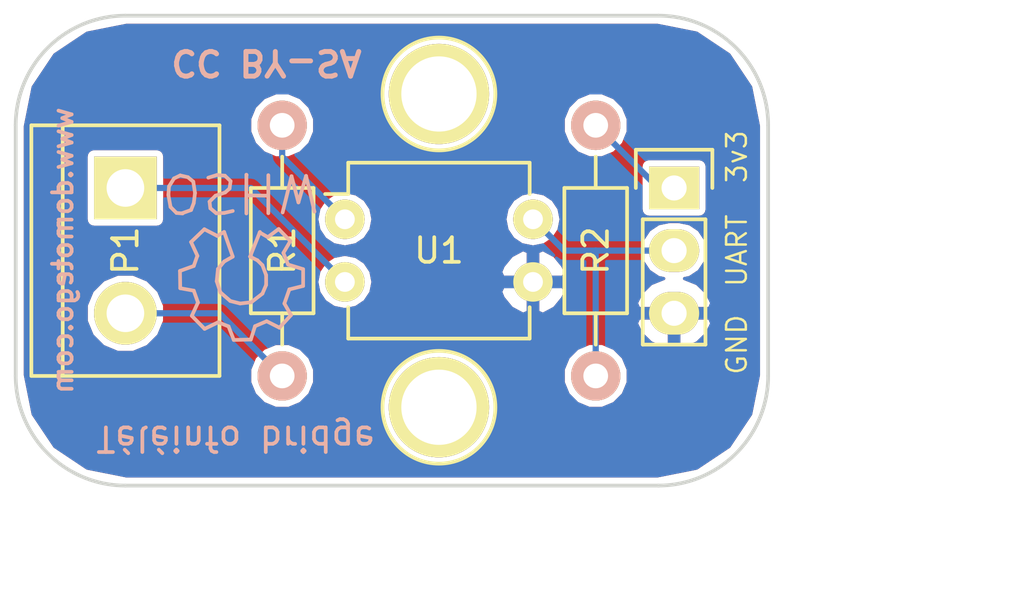
<source format=kicad_pcb>
(kicad_pcb (version 4) (host pcbnew 4.0.1-4.201602100846+6195~38~ubuntu15.10.1-stable)

  (general
    (links 7)
    (no_connects 0)
    (area 137.045546 78.076666 170.815001 106.045001)
    (thickness 1.6)
    (drawings 16)
    (tracks 12)
    (zones 0)
    (modules 8)
    (nets 7)
  )

  (page A4)
  (title_block
    (title "Téléinfo bridge")
    (date 2016-02-22)
    (rev 1)
    (company Domotego)
    (comment 1 https://github.com/tiramiseb/domotego_pcbs)
    (comment 2 https://www.domotego.com)
    (comment 4 "CC BY-SA")
  )

  (layers
    (0 F.Cu signal)
    (31 B.Cu signal)
    (32 B.Adhes user)
    (33 F.Adhes user)
    (34 B.Paste user)
    (35 F.Paste user)
    (36 B.SilkS user)
    (37 F.SilkS user)
    (38 B.Mask user)
    (39 F.Mask user)
    (40 Dwgs.User user)
    (41 Cmts.User user)
    (42 Eco1.User user)
    (43 Eco2.User user)
    (44 Edge.Cuts user)
    (45 Margin user)
    (46 B.CrtYd user)
    (47 F.CrtYd user)
    (48 B.Fab user)
    (49 F.Fab user)
  )

  (setup
    (last_trace_width 0.25)
    (trace_clearance 0.2)
    (zone_clearance 0.254)
    (zone_45_only no)
    (trace_min 0.2)
    (segment_width 0.2)
    (edge_width 0.15)
    (via_size 0.6)
    (via_drill 0.4)
    (via_min_size 0.4)
    (via_min_drill 0.3)
    (uvia_size 0.3)
    (uvia_drill 0.1)
    (uvias_allowed no)
    (uvia_min_size 0.2)
    (uvia_min_drill 0.1)
    (pcb_text_width 0.3)
    (pcb_text_size 1.5 1.5)
    (mod_edge_width 0.15)
    (mod_text_size 1 1)
    (mod_text_width 0.15)
    (pad_size 4.064 4.064)
    (pad_drill 3.048)
    (pad_to_mask_clearance 0.2)
    (aux_axis_origin 0 0)
    (visible_elements FFFFFF7F)
    (pcbplotparams
      (layerselection 0x010f0_80000001)
      (usegerberextensions true)
      (excludeedgelayer true)
      (linewidth 0.100000)
      (plotframeref false)
      (viasonmask false)
      (mode 1)
      (useauxorigin false)
      (hpglpennumber 1)
      (hpglpenspeed 20)
      (hpglpendiameter 15)
      (hpglpenoverlay 2)
      (psnegative false)
      (psa4output false)
      (plotreference true)
      (plotvalue true)
      (plotinvisibletext false)
      (padsonsilk false)
      (subtractmaskfromsilk false)
      (outputformat 1)
      (mirror false)
      (drillshape 0)
      (scaleselection 1)
      (outputdirectory ""))
  )

  (net 0 "")
  (net 1 "Net-(P1-Pad1)")
  (net 2 "Net-(P1-Pad2)")
  (net 3 "Net-(P2-Pad1)")
  (net 4 "Net-(P2-Pad2)")
  (net 5 "Net-(R1-Pad1)")
  (net 6 GNDREF)

  (net_class Default "Ceci est la Netclass par défaut"
    (clearance 0.2)
    (trace_width 0.25)
    (via_dia 0.6)
    (via_drill 0.4)
    (uvia_dia 0.3)
    (uvia_drill 0.1)
    (add_net GNDREF)
    (add_net "Net-(P1-Pad1)")
    (add_net "Net-(P1-Pad2)")
    (add_net "Net-(P2-Pad1)")
    (add_net "Net-(P2-Pad2)")
    (add_net "Net-(R1-Pad1)")
  )

  (module Connect:1pin (layer F.Cu) (tedit 56BC5E81) (tstamp 56BC4D27)
    (at 156.845 102.235)
    (descr "module 1 pin (ou trou mecanique de percage)")
    (tags DEV)
    (fp_text reference REF** (at 0 -3.048) (layer F.SilkS) hide
      (effects (font (size 1 1) (thickness 0.15)))
    )
    (fp_text value 1pin (at 0 2.794) (layer F.Fab) hide
      (effects (font (size 1 1) (thickness 0.15)))
    )
    (fp_circle (center 0 0) (end 0 -2.286) (layer F.SilkS) (width 0.15))
    (pad 1 thru_hole circle (at 0 0) (size 4.064 4.064) (drill 3.048) (layers *.Cu *.Mask F.SilkS))
  )

  (module Pin_Headers:Pin_Header_Straight_1x03 (layer F.Cu) (tedit 56BC4BA4) (tstamp 56BC4AA8)
    (at 166.37 93.345)
    (descr "Through hole pin header")
    (tags "pin header")
    (path /56BB9D8B)
    (fp_text reference P2 (at 0 -5.1) (layer F.SilkS) hide
      (effects (font (size 1 1) (thickness 0.15)))
    )
    (fp_text value CONN_01X03 (at 0 -8.89 90) (layer F.Fab) hide
      (effects (font (size 1 1) (thickness 0.15)))
    )
    (fp_line (start -1.75 -1.75) (end -1.75 6.85) (layer F.CrtYd) (width 0.05))
    (fp_line (start 1.75 -1.75) (end 1.75 6.85) (layer F.CrtYd) (width 0.05))
    (fp_line (start -1.75 -1.75) (end 1.75 -1.75) (layer F.CrtYd) (width 0.05))
    (fp_line (start -1.75 6.85) (end 1.75 6.85) (layer F.CrtYd) (width 0.05))
    (fp_line (start -1.27 1.27) (end -1.27 6.35) (layer F.SilkS) (width 0.15))
    (fp_line (start -1.27 6.35) (end 1.27 6.35) (layer F.SilkS) (width 0.15))
    (fp_line (start 1.27 6.35) (end 1.27 1.27) (layer F.SilkS) (width 0.15))
    (fp_line (start 1.55 -1.55) (end 1.55 0) (layer F.SilkS) (width 0.15))
    (fp_line (start 1.27 1.27) (end -1.27 1.27) (layer F.SilkS) (width 0.15))
    (fp_line (start -1.55 0) (end -1.55 -1.55) (layer F.SilkS) (width 0.15))
    (fp_line (start -1.55 -1.55) (end 1.55 -1.55) (layer F.SilkS) (width 0.15))
    (pad 1 thru_hole rect (at 0 0) (size 2.032 1.7272) (drill 1.016) (layers *.Cu *.Mask F.SilkS)
      (net 3 "Net-(P2-Pad1)"))
    (pad 2 thru_hole oval (at 0 2.54) (size 2.032 1.7272) (drill 1.016) (layers *.Cu *.Mask F.SilkS)
      (net 4 "Net-(P2-Pad2)"))
    (pad 3 thru_hole oval (at 0 5.08) (size 2.032 1.7272) (drill 1.016) (layers *.Cu *.Mask F.SilkS)
      (net 6 GNDREF))
    (model Pin_Headers.3dshapes/Pin_Header_Straight_1x03.wrl
      (at (xyz 0 -0.1 0))
      (scale (xyz 1 1 1))
      (rotate (xyz 0 0 90))
    )
  )

  (module Connect:bornier2 (layer F.Cu) (tedit 56BC4B9D) (tstamp 56BC4802)
    (at 144.145 95.885 270)
    (descr "Bornier d'alimentation 2 pins")
    (tags DEV)
    (path /56BBA00A)
    (fp_text reference P1 (at 0 0 270) (layer F.SilkS)
      (effects (font (size 1 1) (thickness 0.15)))
    )
    (fp_text value CONN_01X02 (at -12.7 0 270) (layer F.Fab) hide
      (effects (font (size 1 1) (thickness 0.15)))
    )
    (fp_line (start 5.08 2.54) (end -5.08 2.54) (layer F.SilkS) (width 0.15))
    (fp_line (start 5.08 3.81) (end 5.08 -3.81) (layer F.SilkS) (width 0.15))
    (fp_line (start 5.08 -3.81) (end -5.08 -3.81) (layer F.SilkS) (width 0.15))
    (fp_line (start -5.08 -3.81) (end -5.08 3.81) (layer F.SilkS) (width 0.15))
    (fp_line (start -5.08 3.81) (end 5.08 3.81) (layer F.SilkS) (width 0.15))
    (pad 1 thru_hole rect (at -2.54 0 270) (size 2.54 2.54) (drill 1.524) (layers *.Cu *.Mask F.SilkS)
      (net 1 "Net-(P1-Pad1)"))
    (pad 2 thru_hole circle (at 2.54 0 270) (size 2.54 2.54) (drill 1.524) (layers *.Cu *.Mask F.SilkS)
      (net 2 "Net-(P1-Pad2)"))
    (model Connect.3dshapes/bornier2.wrl
      (at (xyz 0 0 0))
      (scale (xyz 1 1 1))
      (rotate (xyz 0 0 0))
    )
  )

  (module Resistors_ThroughHole:Resistor_Horizontal_RM10mm locked (layer F.Cu) (tedit 56BC4B9F) (tstamp 56BC480F)
    (at 150.495 90.805 270)
    (descr "Resistor, Axial,  RM 10mm, 1/3W")
    (tags "Resistor Axial RM 10mm 1/3W")
    (path /56BB9C70)
    (fp_text reference R1 (at 5.08 0 270) (layer F.SilkS)
      (effects (font (size 1 1) (thickness 0.15)))
    )
    (fp_text value 1.2k (at -3.81 0 270) (layer F.Fab) hide
      (effects (font (size 1 1) (thickness 0.15)))
    )
    (fp_line (start -1.25 -1.5) (end 11.4 -1.5) (layer F.CrtYd) (width 0.05))
    (fp_line (start -1.25 1.5) (end -1.25 -1.5) (layer F.CrtYd) (width 0.05))
    (fp_line (start 11.4 -1.5) (end 11.4 1.5) (layer F.CrtYd) (width 0.05))
    (fp_line (start -1.25 1.5) (end 11.4 1.5) (layer F.CrtYd) (width 0.05))
    (fp_line (start 2.54 -1.27) (end 7.62 -1.27) (layer F.SilkS) (width 0.15))
    (fp_line (start 7.62 -1.27) (end 7.62 1.27) (layer F.SilkS) (width 0.15))
    (fp_line (start 7.62 1.27) (end 2.54 1.27) (layer F.SilkS) (width 0.15))
    (fp_line (start 2.54 1.27) (end 2.54 -1.27) (layer F.SilkS) (width 0.15))
    (fp_line (start 2.54 0) (end 1.27 0) (layer F.SilkS) (width 0.15))
    (fp_line (start 7.62 0) (end 8.89 0) (layer F.SilkS) (width 0.15))
    (pad 1 thru_hole circle (at 0 0 270) (size 1.99898 1.99898) (drill 1.00076) (layers *.Cu *.SilkS *.Mask)
      (net 5 "Net-(R1-Pad1)"))
    (pad 2 thru_hole circle (at 10.16 0 270) (size 1.99898 1.99898) (drill 1.00076) (layers *.Cu *.SilkS *.Mask)
      (net 2 "Net-(P1-Pad2)"))
    (model Resistors_ThroughHole.3dshapes/Resistor_Horizontal_RM10mm.wrl
      (at (xyz 0.2 0 0))
      (scale (xyz 0.4 0.4 0.4))
      (rotate (xyz 0 0 0))
    )
  )

  (module Resistors_ThroughHole:Resistor_Horizontal_RM10mm (layer F.Cu) (tedit 56BC4BA1) (tstamp 56BC4815)
    (at 163.195 90.805 270)
    (descr "Resistor, Axial,  RM 10mm, 1/3W")
    (tags "Resistor Axial RM 10mm 1/3W")
    (path /56BB9CC9)
    (fp_text reference R2 (at 5.08 0 270) (layer F.SilkS)
      (effects (font (size 1 1) (thickness 0.15)))
    )
    (fp_text value 3.3k (at -3.81 0 270) (layer F.Fab) hide
      (effects (font (size 1 1) (thickness 0.15)))
    )
    (fp_line (start -1.25 -1.5) (end 11.4 -1.5) (layer F.CrtYd) (width 0.05))
    (fp_line (start -1.25 1.5) (end -1.25 -1.5) (layer F.CrtYd) (width 0.05))
    (fp_line (start 11.4 -1.5) (end 11.4 1.5) (layer F.CrtYd) (width 0.05))
    (fp_line (start -1.25 1.5) (end 11.4 1.5) (layer F.CrtYd) (width 0.05))
    (fp_line (start 2.54 -1.27) (end 7.62 -1.27) (layer F.SilkS) (width 0.15))
    (fp_line (start 7.62 -1.27) (end 7.62 1.27) (layer F.SilkS) (width 0.15))
    (fp_line (start 7.62 1.27) (end 2.54 1.27) (layer F.SilkS) (width 0.15))
    (fp_line (start 2.54 1.27) (end 2.54 -1.27) (layer F.SilkS) (width 0.15))
    (fp_line (start 2.54 0) (end 1.27 0) (layer F.SilkS) (width 0.15))
    (fp_line (start 7.62 0) (end 8.89 0) (layer F.SilkS) (width 0.15))
    (pad 1 thru_hole circle (at 0 0 270) (size 1.99898 1.99898) (drill 1.00076) (layers *.Cu *.SilkS *.Mask)
      (net 3 "Net-(P2-Pad1)"))
    (pad 2 thru_hole circle (at 10.16 0 270) (size 1.99898 1.99898) (drill 1.00076) (layers *.Cu *.SilkS *.Mask)
      (net 4 "Net-(P2-Pad2)"))
    (model Resistors_ThroughHole.3dshapes/Resistor_Horizontal_RM10mm.wrl
      (at (xyz 0.2 0 0))
      (scale (xyz 0.4 0.4 0.4))
      (rotate (xyz 0 0 0))
    )
  )

  (module Housings_DIP:DIP-4_W7.62mm (layer F.Cu) (tedit 56BC5CB1) (tstamp 56BC481D)
    (at 153.035 94.615)
    (descr "4-lead dip package, row spacing 7.62 mm (300 mils)")
    (tags "dil dip 2.54 300")
    (path /56BB9BD0)
    (fp_text reference U1 (at 3.81 1.27) (layer F.SilkS)
      (effects (font (size 1 1) (thickness 0.15)))
    )
    (fp_text value SFH620A (at -6.35 1.27) (layer F.Fab) hide
      (effects (font (size 1 1) (thickness 0.15)))
    )
    (fp_line (start -1.05 -2.45) (end -1.05 5) (layer F.CrtYd) (width 0.05))
    (fp_line (start 8.65 -2.45) (end 8.65 5) (layer F.CrtYd) (width 0.05))
    (fp_line (start -1.05 -2.45) (end 8.65 -2.45) (layer F.CrtYd) (width 0.05))
    (fp_line (start -1.05 5) (end 8.65 5) (layer F.CrtYd) (width 0.05))
    (fp_line (start 0.135 -2.295) (end 0.135 -1.025) (layer F.SilkS) (width 0.15))
    (fp_line (start 7.485 -2.295) (end 7.485 -1.025) (layer F.SilkS) (width 0.15))
    (fp_line (start 7.485 4.835) (end 7.485 3.565) (layer F.SilkS) (width 0.15))
    (fp_line (start 0.135 4.835) (end 0.135 3.565) (layer F.SilkS) (width 0.15))
    (fp_line (start 0.135 -2.295) (end 7.485 -2.295) (layer F.SilkS) (width 0.15))
    (fp_line (start 0.135 4.835) (end 7.485 4.835) (layer F.SilkS) (width 0.15))
    (fp_line (start 0.135 -1.025) (end -0.8 -1.025) (layer F.SilkS) (width 0.15))
    (pad 1 thru_hole oval (at 0 0) (size 1.6 1.6) (drill 0.8) (layers *.Cu *.Mask F.SilkS)
      (net 5 "Net-(R1-Pad1)"))
    (pad 2 thru_hole oval (at 0 2.54) (size 1.6 1.6) (drill 0.8) (layers *.Cu *.Mask F.SilkS)
      (net 1 "Net-(P1-Pad1)"))
    (pad 3 thru_hole oval (at 7.62 2.54) (size 1.6 1.6) (drill 0.8) (layers *.Cu *.Mask F.SilkS)
      (net 6 GNDREF))
    (pad 4 thru_hole oval (at 7.62 0) (size 1.6 1.6) (drill 0.8) (layers *.Cu *.Mask F.SilkS)
      (net 4 "Net-(P2-Pad2)"))
    (model Housings_DIP.3dshapes/DIP-4_W7.62mm.wrl
      (at (xyz 0 0 0))
      (scale (xyz 1 1 1))
      (rotate (xyz 0 0 0))
    )
  )

  (module Connect:1pin (layer F.Cu) (tedit 56BC5E74) (tstamp 56BC4CB2)
    (at 156.845 89.535)
    (descr "module 1 pin (ou trou mecanique de percage)")
    (tags DEV)
    (fp_text reference REF** (at 0 -3.048) (layer F.SilkS) hide
      (effects (font (size 1 1) (thickness 0.15)))
    )
    (fp_text value 1pin (at 0 2.794) (layer F.Fab) hide
      (effects (font (size 1 1) (thickness 0.15)))
    )
    (fp_circle (center 0 0) (end 0 -2.286) (layer F.SilkS) (width 0.15))
    (pad 1 thru_hole circle (at 0 0) (size 4.064 4.064) (drill 3.048) (layers *.Cu *.Mask F.SilkS))
  )

  (module Symbols:Symbol_OSHW-Logo_SilkScreen (layer B.Cu) (tedit 56BC5315) (tstamp 56BC5360)
    (at 148.844 97.028)
    (descr "Symbol, OSHW-Logo, Silk Screen,")
    (tags "Symbol, OSHW-Logo, Silk Screen,")
    (fp_text reference OSHW (at 0.09906 4.38912) (layer B.SilkS) hide
      (effects (font (size 1 1) (thickness 0.15)) (justify mirror))
    )
    (fp_text value Symbol_OSHW-Logo_SilkScreen (at 0.30988 -6.56082) (layer B.Fab) hide
      (effects (font (size 1 1) (thickness 0.15)) (justify mirror))
    )
    (fp_line (start 1.66878 -2.68986) (end 2.02946 -4.16052) (layer B.SilkS) (width 0.15))
    (fp_line (start 2.02946 -4.16052) (end 2.30886 -3.0988) (layer B.SilkS) (width 0.15))
    (fp_line (start 2.30886 -3.0988) (end 2.61874 -4.17068) (layer B.SilkS) (width 0.15))
    (fp_line (start 2.61874 -4.17068) (end 2.9591 -2.72034) (layer B.SilkS) (width 0.15))
    (fp_line (start 0.24892 -3.38074) (end 1.03886 -3.37058) (layer B.SilkS) (width 0.15))
    (fp_line (start 1.03886 -3.37058) (end 1.04902 -3.38074) (layer B.SilkS) (width 0.15))
    (fp_line (start 1.04902 -3.38074) (end 1.04902 -3.37058) (layer B.SilkS) (width 0.15))
    (fp_line (start 1.08966 -2.65938) (end 1.08966 -4.20116) (layer B.SilkS) (width 0.15))
    (fp_line (start 0.20066 -2.64922) (end 0.20066 -4.21894) (layer B.SilkS) (width 0.15))
    (fp_line (start 0.20066 -4.21894) (end 0.21082 -4.20878) (layer B.SilkS) (width 0.15))
    (fp_line (start -0.35052 -2.75082) (end -0.70104 -2.66954) (layer B.SilkS) (width 0.15))
    (fp_line (start -0.70104 -2.66954) (end -1.02108 -2.65938) (layer B.SilkS) (width 0.15))
    (fp_line (start -1.02108 -2.65938) (end -1.25984 -2.86004) (layer B.SilkS) (width 0.15))
    (fp_line (start -1.25984 -2.86004) (end -1.29032 -3.12928) (layer B.SilkS) (width 0.15))
    (fp_line (start -1.29032 -3.12928) (end -1.04902 -3.37058) (layer B.SilkS) (width 0.15))
    (fp_line (start -1.04902 -3.37058) (end -0.6604 -3.50012) (layer B.SilkS) (width 0.15))
    (fp_line (start -0.6604 -3.50012) (end -0.48006 -3.66014) (layer B.SilkS) (width 0.15))
    (fp_line (start -0.48006 -3.66014) (end -0.43942 -3.95986) (layer B.SilkS) (width 0.15))
    (fp_line (start -0.43942 -3.95986) (end -0.67056 -4.18084) (layer B.SilkS) (width 0.15))
    (fp_line (start -0.67056 -4.18084) (end -0.9906 -4.20878) (layer B.SilkS) (width 0.15))
    (fp_line (start -0.9906 -4.20878) (end -1.34112 -4.09956) (layer B.SilkS) (width 0.15))
    (fp_line (start -2.37998 -2.64922) (end -2.6289 -2.66954) (layer B.SilkS) (width 0.15))
    (fp_line (start -2.6289 -2.66954) (end -2.8702 -2.91084) (layer B.SilkS) (width 0.15))
    (fp_line (start -2.8702 -2.91084) (end -2.9591 -3.40106) (layer B.SilkS) (width 0.15))
    (fp_line (start -2.9591 -3.40106) (end -2.93116 -3.74904) (layer B.SilkS) (width 0.15))
    (fp_line (start -2.93116 -3.74904) (end -2.7305 -4.06908) (layer B.SilkS) (width 0.15))
    (fp_line (start -2.7305 -4.06908) (end -2.47904 -4.191) (layer B.SilkS) (width 0.15))
    (fp_line (start -2.47904 -4.191) (end -2.16916 -4.11988) (layer B.SilkS) (width 0.15))
    (fp_line (start -2.16916 -4.11988) (end -1.95072 -3.93954) (layer B.SilkS) (width 0.15))
    (fp_line (start -1.95072 -3.93954) (end -1.8796 -3.4798) (layer B.SilkS) (width 0.15))
    (fp_line (start -1.8796 -3.4798) (end -1.9304 -3.07086) (layer B.SilkS) (width 0.15))
    (fp_line (start -1.9304 -3.07086) (end -2.03962 -2.78892) (layer B.SilkS) (width 0.15))
    (fp_line (start -2.03962 -2.78892) (end -2.4003 -2.65938) (layer B.SilkS) (width 0.15))
    (fp_line (start -1.78054 -0.92964) (end -2.03962 -1.49098) (layer B.SilkS) (width 0.15))
    (fp_line (start -2.03962 -1.49098) (end -1.50114 -2.00914) (layer B.SilkS) (width 0.15))
    (fp_line (start -1.50114 -2.00914) (end -0.98044 -1.7399) (layer B.SilkS) (width 0.15))
    (fp_line (start -0.98044 -1.7399) (end -0.70104 -1.89992) (layer B.SilkS) (width 0.15))
    (fp_line (start 0.73914 -1.8796) (end 1.06934 -1.6891) (layer B.SilkS) (width 0.15))
    (fp_line (start 1.06934 -1.6891) (end 1.50876 -2.0193) (layer B.SilkS) (width 0.15))
    (fp_line (start 1.50876 -2.0193) (end 1.9812 -1.52908) (layer B.SilkS) (width 0.15))
    (fp_line (start 1.9812 -1.52908) (end 1.69926 -1.04902) (layer B.SilkS) (width 0.15))
    (fp_line (start 1.69926 -1.04902) (end 1.88976 -0.57912) (layer B.SilkS) (width 0.15))
    (fp_line (start 1.88976 -0.57912) (end 2.49936 -0.39116) (layer B.SilkS) (width 0.15))
    (fp_line (start 2.49936 -0.39116) (end 2.49936 0.28956) (layer B.SilkS) (width 0.15))
    (fp_line (start 2.49936 0.28956) (end 1.94056 0.42926) (layer B.SilkS) (width 0.15))
    (fp_line (start 1.94056 0.42926) (end 1.7399 1.00076) (layer B.SilkS) (width 0.15))
    (fp_line (start 1.7399 1.00076) (end 2.00914 1.47066) (layer B.SilkS) (width 0.15))
    (fp_line (start 2.00914 1.47066) (end 1.53924 1.9812) (layer B.SilkS) (width 0.15))
    (fp_line (start 1.53924 1.9812) (end 1.02108 1.71958) (layer B.SilkS) (width 0.15))
    (fp_line (start 1.02108 1.71958) (end 0.55118 1.92024) (layer B.SilkS) (width 0.15))
    (fp_line (start 0.55118 1.92024) (end 0.381 2.46126) (layer B.SilkS) (width 0.15))
    (fp_line (start 0.381 2.46126) (end -0.30988 2.47904) (layer B.SilkS) (width 0.15))
    (fp_line (start -0.30988 2.47904) (end -0.5207 1.9304) (layer B.SilkS) (width 0.15))
    (fp_line (start -0.5207 1.9304) (end -0.9398 1.76022) (layer B.SilkS) (width 0.15))
    (fp_line (start -0.9398 1.76022) (end -1.49098 2.02946) (layer B.SilkS) (width 0.15))
    (fp_line (start -1.49098 2.02946) (end -2.00914 1.50114) (layer B.SilkS) (width 0.15))
    (fp_line (start -2.00914 1.50114) (end -1.76022 0.96012) (layer B.SilkS) (width 0.15))
    (fp_line (start -1.76022 0.96012) (end -1.9304 0.48006) (layer B.SilkS) (width 0.15))
    (fp_line (start -1.9304 0.48006) (end -2.47904 0.381) (layer B.SilkS) (width 0.15))
    (fp_line (start -2.47904 0.381) (end -2.4892 -0.32004) (layer B.SilkS) (width 0.15))
    (fp_line (start -2.4892 -0.32004) (end -1.9304 -0.5207) (layer B.SilkS) (width 0.15))
    (fp_line (start -1.9304 -0.5207) (end -1.7907 -0.91948) (layer B.SilkS) (width 0.15))
    (fp_line (start 0.35052 -0.89916) (end 0.65024 -0.7493) (layer B.SilkS) (width 0.15))
    (fp_line (start 0.65024 -0.7493) (end 0.8509 -0.55118) (layer B.SilkS) (width 0.15))
    (fp_line (start 0.8509 -0.55118) (end 1.00076 -0.14986) (layer B.SilkS) (width 0.15))
    (fp_line (start 1.00076 -0.14986) (end 1.00076 0.24892) (layer B.SilkS) (width 0.15))
    (fp_line (start 1.00076 0.24892) (end 0.8509 0.59944) (layer B.SilkS) (width 0.15))
    (fp_line (start 0.8509 0.59944) (end 0.39878 0.94996) (layer B.SilkS) (width 0.15))
    (fp_line (start 0.39878 0.94996) (end -0.0508 1.00076) (layer B.SilkS) (width 0.15))
    (fp_line (start -0.0508 1.00076) (end -0.44958 0.89916) (layer B.SilkS) (width 0.15))
    (fp_line (start -0.44958 0.89916) (end -0.8509 0.55118) (layer B.SilkS) (width 0.15))
    (fp_line (start -0.8509 0.55118) (end -1.00076 0.09906) (layer B.SilkS) (width 0.15))
    (fp_line (start -1.00076 0.09906) (end -0.94996 -0.39878) (layer B.SilkS) (width 0.15))
    (fp_line (start -0.94996 -0.39878) (end -0.70104 -0.70104) (layer B.SilkS) (width 0.15))
    (fp_line (start -0.70104 -0.70104) (end -0.35052 -0.89916) (layer B.SilkS) (width 0.15))
    (fp_line (start -0.35052 -0.89916) (end -0.70104 -1.89992) (layer B.SilkS) (width 0.15))
    (fp_line (start 0.35052 -0.89916) (end 0.7493 -1.89992) (layer B.SilkS) (width 0.15))
  )

  (dimension 30.48 (width 0.3) (layer Cmts.User)
    (gr_text "30,480 mm" (at 154.94 111.205) (layer Cmts.User)
      (effects (font (size 1.5 1.5) (thickness 0.3)))
    )
    (feature1 (pts (xy 170.18 107.315) (xy 170.18 112.555)))
    (feature2 (pts (xy 139.7 107.315) (xy 139.7 112.555)))
    (crossbar (pts (xy 139.7 109.855) (xy 170.18 109.855)))
    (arrow1a (pts (xy 170.18 109.855) (xy 169.053496 110.441421)))
    (arrow1b (pts (xy 170.18 109.855) (xy 169.053496 109.268579)))
    (arrow2a (pts (xy 139.7 109.855) (xy 140.826504 110.441421)))
    (arrow2b (pts (xy 139.7 109.855) (xy 140.826504 109.268579)))
  )
  (dimension 19.05 (width 0.3) (layer Cmts.User)
    (gr_text "19,050 mm" (at 177.88 95.885 270) (layer Cmts.User)
      (effects (font (size 1.5 1.5) (thickness 0.3)))
    )
    (feature1 (pts (xy 172.085 105.41) (xy 179.23 105.41)))
    (feature2 (pts (xy 172.085 86.36) (xy 179.23 86.36)))
    (crossbar (pts (xy 176.53 86.36) (xy 176.53 105.41)))
    (arrow1a (pts (xy 176.53 105.41) (xy 175.943579 104.283496)))
    (arrow1b (pts (xy 176.53 105.41) (xy 177.116421 104.283496)))
    (arrow2a (pts (xy 176.53 86.36) (xy 175.943579 87.486504)))
    (arrow2b (pts (xy 176.53 86.36) (xy 177.116421 87.486504)))
  )
  (gr_arc (start 144.145 100.965) (end 144.145 105.41) (angle 90) (layer Edge.Cuts) (width 0.15))
  (gr_arc (start 144.145 90.805) (end 139.7 90.805) (angle 90) (layer Edge.Cuts) (width 0.15))
  (gr_arc (start 165.735 90.805) (end 165.735 86.36) (angle 90) (layer Edge.Cuts) (width 0.15))
  (gr_arc (start 165.735 100.965) (end 170.18 100.965) (angle 90) (layer Edge.Cuts) (width 0.15))
  (gr_line (start 165.735 86.36) (end 144.145 86.36) (angle 90) (layer Edge.Cuts) (width 0.15))
  (gr_line (start 144.145 105.41) (end 165.735 105.41) (angle 90) (layer Edge.Cuts) (width 0.15))
  (gr_text "CC BY-SA" (at 149.86 88.265 180) (layer B.SilkS)
    (effects (font (size 1 1) (thickness 0.2)) (justify mirror))
  )
  (gr_line (start 139.7 90.805) (end 139.7 100.965) (angle 90) (layer Edge.Cuts) (width 0.15))
  (gr_line (start 170.18 90.805) (end 170.18 100.965) (angle 90) (layer Edge.Cuts) (width 0.15))
  (gr_text www.domotego.com (at 141.605 95.885 90) (layer B.SilkS)
    (effects (font (size 0.8 0.8) (thickness 0.15)) (justify mirror))
  )
  (gr_text "Téléinfo bridge" (at 142.875 103.505 180) (layer B.SilkS) (tstamp 56BC5548)
    (effects (font (size 1 1) (thickness 0.15)) (justify left mirror))
  )
  (gr_text UART (at 168.91 95.885 90) (layer F.SilkS) (tstamp 56BC5282)
    (effects (font (size 0.8 0.8) (thickness 0.1)))
  )
  (gr_text 3v3 (at 168.91 92.075 90) (layer F.SilkS) (tstamp 56BC51CF)
    (effects (font (size 0.8 0.8) (thickness 0.1)))
  )
  (gr_text GND (at 168.91 99.695 90) (layer F.SilkS)
    (effects (font (size 0.8 0.8) (thickness 0.1)))
  )

  (segment (start 144.145 93.345) (end 149.225 93.345) (width 0.25) (layer B.Cu) (net 1))
  (segment (start 149.225 93.345) (end 153.035 97.155) (width 0.25) (layer B.Cu) (net 1) (tstamp 56CAE9C1))
  (segment (start 144.145 98.425) (end 147.955 98.425) (width 0.25) (layer B.Cu) (net 2))
  (segment (start 147.955 98.425) (end 150.495 100.965) (width 0.25) (layer B.Cu) (net 2) (tstamp 56CAE9C6))
  (segment (start 166.37 93.345) (end 165.735 93.345) (width 0.25) (layer B.Cu) (net 3))
  (segment (start 165.735 93.345) (end 163.195 90.805) (width 0.25) (layer B.Cu) (net 3) (tstamp 56CAE9AF))
  (segment (start 163.195 100.965) (end 163.195 95.885) (width 0.25) (layer B.Cu) (net 4))
  (segment (start 166.37 95.885) (end 163.195 95.885) (width 0.25) (layer B.Cu) (net 4))
  (segment (start 163.195 95.885) (end 161.925 95.885) (width 0.25) (layer B.Cu) (net 4) (tstamp 56CAE9E7))
  (segment (start 161.925 95.885) (end 160.655 94.615) (width 0.25) (layer B.Cu) (net 4) (tstamp 56CAE9E1))
  (segment (start 150.495 90.805) (end 150.495 92.075) (width 0.25) (layer B.Cu) (net 5))
  (segment (start 150.495 92.075) (end 153.035 94.615) (width 0.25) (layer B.Cu) (net 5) (tstamp 56CAE9BC))

  (zone (net 6) (net_name GNDREF) (layer B.Cu) (tstamp 56CAE9EA) (hatch edge 0.508)
    (connect_pads (clearance 0.254))
    (min_thickness 0.127)
    (fill yes (arc_segments 16) (thermal_gap 0.508) (thermal_bridge_width 0.508))
    (polygon
      (pts
        (xy 139.065 85.725) (xy 170.815 85.725) (xy 170.815 106.045) (xy 139.065 106.045)
      )
    )
    (filled_polygon
      (pts
        (xy 167.282882 87.068082) (xy 168.595113 87.944887) (xy 169.471918 89.257118) (xy 169.7875 90.843657) (xy 169.7875 100.926343)
        (xy 169.471918 102.512882) (xy 168.595113 103.825113) (xy 167.282882 104.701918) (xy 165.696343 105.0175) (xy 144.183657 105.0175)
        (xy 142.597118 104.701918) (xy 141.284887 103.825113) (xy 140.533307 102.700294) (xy 154.495093 102.700294) (xy 154.85203 103.564146)
        (xy 155.512378 104.225647) (xy 156.375605 104.584091) (xy 157.310294 104.584907) (xy 158.174146 104.22797) (xy 158.835647 103.567622)
        (xy 159.194091 102.704395) (xy 159.194907 101.769706) (xy 158.83797 100.905854) (xy 158.177622 100.244353) (xy 157.314395 99.885909)
        (xy 156.379706 99.885093) (xy 155.515854 100.24203) (xy 154.854353 100.902378) (xy 154.495909 101.765605) (xy 154.495093 102.700294)
        (xy 140.533307 102.700294) (xy 140.408082 102.512882) (xy 140.0925 100.926343) (xy 140.0925 98.739388) (xy 142.557225 98.739388)
        (xy 142.798398 99.323072) (xy 143.244579 99.770032) (xy 143.827841 100.012224) (xy 144.459388 100.012775) (xy 145.043072 99.771602)
        (xy 145.490032 99.325421) (xy 145.680178 98.8675) (xy 147.77171 98.8675) (xy 149.303774 100.399564) (xy 149.178239 100.701885)
        (xy 149.177782 101.225816) (xy 149.377859 101.71004) (xy 149.748011 102.080838) (xy 150.231885 102.281761) (xy 150.755816 102.282218)
        (xy 151.24004 102.082141) (xy 151.610838 101.711989) (xy 151.811761 101.228115) (xy 151.812218 100.704184) (xy 151.612141 100.21996)
        (xy 151.241989 99.849162) (xy 150.758115 99.648239) (xy 150.234184 99.647782) (xy 149.929475 99.773685) (xy 148.267895 98.112105)
        (xy 148.124338 98.016183) (xy 147.955 97.9825) (xy 145.67984 97.9825) (xy 145.491602 97.526928) (xy 145.045421 97.079968)
        (xy 144.462159 96.837776) (xy 143.830612 96.837225) (xy 143.246928 97.078398) (xy 142.799968 97.524579) (xy 142.557776 98.107841)
        (xy 142.557225 98.739388) (xy 140.0925 98.739388) (xy 140.0925 92.075) (xy 142.55128 92.075) (xy 142.55128 94.615)
        (xy 142.573419 94.732658) (xy 142.642955 94.840721) (xy 142.749055 94.913215) (xy 142.875 94.93872) (xy 145.415 94.93872)
        (xy 145.532658 94.916581) (xy 145.640721 94.847045) (xy 145.713215 94.740945) (xy 145.73872 94.615) (xy 145.73872 93.7875)
        (xy 149.04171 93.7875) (xy 151.981028 96.726818) (xy 151.980672 96.727351) (xy 151.895607 97.155) (xy 151.980672 97.582649)
        (xy 152.222915 97.945192) (xy 152.585458 98.187435) (xy 153.013107 98.2725) (xy 153.056893 98.2725) (xy 153.484542 98.187435)
        (xy 153.847085 97.945192) (xy 154.089328 97.582649) (xy 154.094703 97.555625) (xy 159.343318 97.555625) (xy 159.444203 97.799225)
        (xy 159.782904 98.213538) (xy 160.254373 98.466698) (xy 160.4645 98.370346) (xy 160.4645 97.3455) (xy 160.8455 97.3455)
        (xy 160.8455 98.370346) (xy 161.055627 98.466698) (xy 161.527096 98.213538) (xy 161.865797 97.799225) (xy 161.966682 97.555625)
        (xy 161.868767 97.3455) (xy 160.8455 97.3455) (xy 160.4645 97.3455) (xy 159.441233 97.3455) (xy 159.343318 97.555625)
        (xy 154.094703 97.555625) (xy 154.174393 97.155) (xy 154.094704 96.754375) (xy 159.343318 96.754375) (xy 159.441233 96.9645)
        (xy 160.4645 96.9645) (xy 160.4645 95.939654) (xy 160.254373 95.843302) (xy 159.782904 96.096462) (xy 159.444203 96.510775)
        (xy 159.343318 96.754375) (xy 154.094704 96.754375) (xy 154.089328 96.727351) (xy 153.847085 96.364808) (xy 153.484542 96.122565)
        (xy 153.056893 96.0375) (xy 153.013107 96.0375) (xy 152.621238 96.115448) (xy 149.537895 93.032105) (xy 149.394338 92.936183)
        (xy 149.225 92.9025) (xy 145.73872 92.9025) (xy 145.73872 92.075) (xy 145.716581 91.957342) (xy 145.647045 91.849279)
        (xy 145.540945 91.776785) (xy 145.415 91.75128) (xy 142.875 91.75128) (xy 142.757342 91.773419) (xy 142.649279 91.842955)
        (xy 142.576785 91.949055) (xy 142.55128 92.075) (xy 140.0925 92.075) (xy 140.0925 91.065816) (xy 149.177782 91.065816)
        (xy 149.377859 91.55004) (xy 149.748011 91.920838) (xy 150.0525 92.047273) (xy 150.0525 92.075) (xy 150.086183 92.244338)
        (xy 150.182105 92.387895) (xy 151.981028 94.186818) (xy 151.980672 94.187351) (xy 151.895607 94.615) (xy 151.980672 95.042649)
        (xy 152.222915 95.405192) (xy 152.585458 95.647435) (xy 153.013107 95.7325) (xy 153.056893 95.7325) (xy 153.484542 95.647435)
        (xy 153.847085 95.405192) (xy 154.089328 95.042649) (xy 154.174393 94.615) (xy 159.515607 94.615) (xy 159.600672 95.042649)
        (xy 159.842915 95.405192) (xy 160.205458 95.647435) (xy 160.633107 95.7325) (xy 160.676893 95.7325) (xy 161.068762 95.654552)
        (xy 161.491626 96.077416) (xy 161.055627 95.843302) (xy 160.8455 95.939654) (xy 160.8455 96.9645) (xy 161.868767 96.9645)
        (xy 161.966682 96.754375) (xy 161.865797 96.510775) (xy 161.600667 96.186457) (xy 161.612105 96.197895) (xy 161.755663 96.293817)
        (xy 161.925 96.3275) (xy 162.7525 96.3275) (xy 162.7525 99.722852) (xy 162.44996 99.847859) (xy 162.079162 100.218011)
        (xy 161.878239 100.701885) (xy 161.877782 101.225816) (xy 162.077859 101.71004) (xy 162.448011 102.080838) (xy 162.931885 102.281761)
        (xy 163.455816 102.282218) (xy 163.94004 102.082141) (xy 164.310838 101.711989) (xy 164.511761 101.228115) (xy 164.512218 100.704184)
        (xy 164.312141 100.21996) (xy 163.941989 99.849162) (xy 163.6375 99.722727) (xy 163.6375 98.835667) (xy 164.842513 98.835667)
        (xy 165.036229 99.236222) (xy 165.436597 99.626562) (xy 165.955865 99.833975) (xy 166.1795 99.714697) (xy 166.1795 98.6155)
        (xy 166.5605 98.6155) (xy 166.5605 99.714697) (xy 166.784135 99.833975) (xy 167.303403 99.626562) (xy 167.703771 99.236222)
        (xy 167.897487 98.835667) (xy 167.800506 98.6155) (xy 166.5605 98.6155) (xy 166.1795 98.6155) (xy 164.939494 98.6155)
        (xy 164.842513 98.835667) (xy 163.6375 98.835667) (xy 163.6375 96.3275) (xy 165.098394 96.3275) (xy 165.100281 96.336987)
        (xy 165.356311 96.720164) (xy 165.739488 96.976194) (xy 165.950502 97.018167) (xy 165.436597 97.223438) (xy 165.036229 97.613778)
        (xy 164.842513 98.014333) (xy 164.939494 98.2345) (xy 166.1795 98.2345) (xy 166.1795 98.2145) (xy 166.5605 98.2145)
        (xy 166.5605 98.2345) (xy 167.800506 98.2345) (xy 167.897487 98.014333) (xy 167.703771 97.613778) (xy 167.303403 97.223438)
        (xy 166.789498 97.018167) (xy 167.000512 96.976194) (xy 167.383689 96.720164) (xy 167.639719 96.336987) (xy 167.729625 95.885)
        (xy 167.639719 95.433013) (xy 167.383689 95.049836) (xy 167.000512 94.793806) (xy 166.548525 94.7039) (xy 166.191475 94.7039)
        (xy 165.739488 94.793806) (xy 165.356311 95.049836) (xy 165.100281 95.433013) (xy 165.098394 95.4425) (xy 162.10829 95.4425)
        (xy 161.708972 95.043182) (xy 161.709328 95.042649) (xy 161.794393 94.615) (xy 161.709328 94.187351) (xy 161.467085 93.824808)
        (xy 161.104542 93.582565) (xy 160.676893 93.4975) (xy 160.633107 93.4975) (xy 160.205458 93.582565) (xy 159.842915 93.824808)
        (xy 159.600672 94.187351) (xy 159.515607 94.615) (xy 154.174393 94.615) (xy 154.089328 94.187351) (xy 153.847085 93.824808)
        (xy 153.484542 93.582565) (xy 153.056893 93.4975) (xy 153.013107 93.4975) (xy 152.621237 93.575448) (xy 151.047491 92.001701)
        (xy 151.24004 91.922141) (xy 151.610838 91.551989) (xy 151.811761 91.068115) (xy 151.812218 90.544184) (xy 151.612141 90.05996)
        (xy 151.552579 90.000294) (xy 154.495093 90.000294) (xy 154.85203 90.864146) (xy 155.512378 91.525647) (xy 156.375605 91.884091)
        (xy 157.310294 91.884907) (xy 158.174146 91.52797) (xy 158.637106 91.065816) (xy 161.877782 91.065816) (xy 162.077859 91.55004)
        (xy 162.448011 91.920838) (xy 162.931885 92.121761) (xy 163.455816 92.122218) (xy 163.760525 91.996315) (xy 165.03028 93.266069)
        (xy 165.03028 94.2086) (xy 165.052419 94.326258) (xy 165.121955 94.434321) (xy 165.228055 94.506815) (xy 165.354 94.53232)
        (xy 167.386 94.53232) (xy 167.503658 94.510181) (xy 167.611721 94.440645) (xy 167.684215 94.334545) (xy 167.70972 94.2086)
        (xy 167.70972 92.4814) (xy 167.687581 92.363742) (xy 167.618045 92.255679) (xy 167.511945 92.183185) (xy 167.386 92.15768)
        (xy 165.354 92.15768) (xy 165.236342 92.179819) (xy 165.211557 92.195768) (xy 164.386226 91.370436) (xy 164.511761 91.068115)
        (xy 164.512218 90.544184) (xy 164.312141 90.05996) (xy 163.941989 89.689162) (xy 163.458115 89.488239) (xy 162.934184 89.487782)
        (xy 162.44996 89.687859) (xy 162.079162 90.058011) (xy 161.878239 90.541885) (xy 161.877782 91.065816) (xy 158.637106 91.065816)
        (xy 158.835647 90.867622) (xy 159.194091 90.004395) (xy 159.194907 89.069706) (xy 158.83797 88.205854) (xy 158.177622 87.544353)
        (xy 157.314395 87.185909) (xy 156.379706 87.185093) (xy 155.515854 87.54203) (xy 154.854353 88.202378) (xy 154.495909 89.065605)
        (xy 154.495093 90.000294) (xy 151.552579 90.000294) (xy 151.241989 89.689162) (xy 150.758115 89.488239) (xy 150.234184 89.487782)
        (xy 149.74996 89.687859) (xy 149.379162 90.058011) (xy 149.178239 90.541885) (xy 149.177782 91.065816) (xy 140.0925 91.065816)
        (xy 140.0925 90.843657) (xy 140.408082 89.257118) (xy 141.284887 87.944887) (xy 142.597118 87.068082) (xy 144.183657 86.7525)
        (xy 165.696343 86.7525)
      )
    )
  )
  (zone (net 6) (net_name GNDREF) (layer F.Cu) (tstamp 56CAE9EA) (hatch edge 0.508)
    (connect_pads (clearance 0.254))
    (min_thickness 0.127)
    (fill yes (arc_segments 16) (thermal_gap 0.508) (thermal_bridge_width 0.508))
    (polygon
      (pts
        (xy 139.065 85.725) (xy 170.815 85.725) (xy 170.815 106.045) (xy 139.065 106.045)
      )
    )
    (filled_polygon
      (pts
        (xy 167.282882 87.068082) (xy 168.595113 87.944887) (xy 169.471918 89.257118) (xy 169.7875 90.843657) (xy 169.7875 100.926343)
        (xy 169.471918 102.512882) (xy 168.595113 103.825113) (xy 167.282882 104.701918) (xy 165.696343 105.0175) (xy 144.183657 105.0175)
        (xy 142.597118 104.701918) (xy 141.284887 103.825113) (xy 140.533307 102.700294) (xy 154.495093 102.700294) (xy 154.85203 103.564146)
        (xy 155.512378 104.225647) (xy 156.375605 104.584091) (xy 157.310294 104.584907) (xy 158.174146 104.22797) (xy 158.835647 103.567622)
        (xy 159.194091 102.704395) (xy 159.194907 101.769706) (xy 158.970176 101.225816) (xy 161.877782 101.225816) (xy 162.077859 101.71004)
        (xy 162.448011 102.080838) (xy 162.931885 102.281761) (xy 163.455816 102.282218) (xy 163.94004 102.082141) (xy 164.310838 101.711989)
        (xy 164.511761 101.228115) (xy 164.512218 100.704184) (xy 164.312141 100.21996) (xy 163.941989 99.849162) (xy 163.458115 99.648239)
        (xy 162.934184 99.647782) (xy 162.44996 99.847859) (xy 162.079162 100.218011) (xy 161.878239 100.701885) (xy 161.877782 101.225816)
        (xy 158.970176 101.225816) (xy 158.83797 100.905854) (xy 158.177622 100.244353) (xy 157.314395 99.885909) (xy 156.379706 99.885093)
        (xy 155.515854 100.24203) (xy 154.854353 100.902378) (xy 154.495909 101.765605) (xy 154.495093 102.700294) (xy 140.533307 102.700294)
        (xy 140.408082 102.512882) (xy 140.152069 101.225816) (xy 149.177782 101.225816) (xy 149.377859 101.71004) (xy 149.748011 102.080838)
        (xy 150.231885 102.281761) (xy 150.755816 102.282218) (xy 151.24004 102.082141) (xy 151.610838 101.711989) (xy 151.811761 101.228115)
        (xy 151.812218 100.704184) (xy 151.612141 100.21996) (xy 151.241989 99.849162) (xy 150.758115 99.648239) (xy 150.234184 99.647782)
        (xy 149.74996 99.847859) (xy 149.379162 100.218011) (xy 149.178239 100.701885) (xy 149.177782 101.225816) (xy 140.152069 101.225816)
        (xy 140.0925 100.926343) (xy 140.0925 98.739388) (xy 142.557225 98.739388) (xy 142.798398 99.323072) (xy 143.244579 99.770032)
        (xy 143.827841 100.012224) (xy 144.459388 100.012775) (xy 145.043072 99.771602) (xy 145.490032 99.325421) (xy 145.693396 98.835667)
        (xy 164.842513 98.835667) (xy 165.036229 99.236222) (xy 165.436597 99.626562) (xy 165.955865 99.833975) (xy 166.1795 99.714697)
        (xy 166.1795 98.6155) (xy 166.5605 98.6155) (xy 166.5605 99.714697) (xy 166.784135 99.833975) (xy 167.303403 99.626562)
        (xy 167.703771 99.236222) (xy 167.897487 98.835667) (xy 167.800506 98.6155) (xy 166.5605 98.6155) (xy 166.1795 98.6155)
        (xy 164.939494 98.6155) (xy 164.842513 98.835667) (xy 145.693396 98.835667) (xy 145.732224 98.742159) (xy 145.732775 98.110612)
        (xy 145.491602 97.526928) (xy 145.120323 97.155) (xy 151.895607 97.155) (xy 151.980672 97.582649) (xy 152.222915 97.945192)
        (xy 152.585458 98.187435) (xy 153.013107 98.2725) (xy 153.056893 98.2725) (xy 153.484542 98.187435) (xy 153.847085 97.945192)
        (xy 154.089328 97.582649) (xy 154.094703 97.555625) (xy 159.343318 97.555625) (xy 159.444203 97.799225) (xy 159.782904 98.213538)
        (xy 160.254373 98.466698) (xy 160.4645 98.370346) (xy 160.4645 97.3455) (xy 160.8455 97.3455) (xy 160.8455 98.370346)
        (xy 161.055627 98.466698) (xy 161.527096 98.213538) (xy 161.689946 98.014333) (xy 164.842513 98.014333) (xy 164.939494 98.2345)
        (xy 166.1795 98.2345) (xy 166.1795 98.2145) (xy 166.5605 98.2145) (xy 166.5605 98.2345) (xy 167.800506 98.2345)
        (xy 167.897487 98.014333) (xy 167.703771 97.613778) (xy 167.303403 97.223438) (xy 166.789498 97.018167) (xy 167.000512 96.976194)
        (xy 167.383689 96.720164) (xy 167.639719 96.336987) (xy 167.729625 95.885) (xy 167.639719 95.433013) (xy 167.383689 95.049836)
        (xy 167.000512 94.793806) (xy 166.548525 94.7039) (xy 166.191475 94.7039) (xy 165.739488 94.793806) (xy 165.356311 95.049836)
        (xy 165.100281 95.433013) (xy 165.010375 95.885) (xy 165.100281 96.336987) (xy 165.356311 96.720164) (xy 165.739488 96.976194)
        (xy 165.950502 97.018167) (xy 165.436597 97.223438) (xy 165.036229 97.613778) (xy 164.842513 98.014333) (xy 161.689946 98.014333)
        (xy 161.865797 97.799225) (xy 161.966682 97.555625) (xy 161.868767 97.3455) (xy 160.8455 97.3455) (xy 160.4645 97.3455)
        (xy 159.441233 97.3455) (xy 159.343318 97.555625) (xy 154.094703 97.555625) (xy 154.174393 97.155) (xy 154.094704 96.754375)
        (xy 159.343318 96.754375) (xy 159.441233 96.9645) (xy 160.4645 96.9645) (xy 160.4645 95.939654) (xy 160.8455 95.939654)
        (xy 160.8455 96.9645) (xy 161.868767 96.9645) (xy 161.966682 96.754375) (xy 161.865797 96.510775) (xy 161.527096 96.096462)
        (xy 161.055627 95.843302) (xy 160.8455 95.939654) (xy 160.4645 95.939654) (xy 160.254373 95.843302) (xy 159.782904 96.096462)
        (xy 159.444203 96.510775) (xy 159.343318 96.754375) (xy 154.094704 96.754375) (xy 154.089328 96.727351) (xy 153.847085 96.364808)
        (xy 153.484542 96.122565) (xy 153.056893 96.0375) (xy 153.013107 96.0375) (xy 152.585458 96.122565) (xy 152.222915 96.364808)
        (xy 151.980672 96.727351) (xy 151.895607 97.155) (xy 145.120323 97.155) (xy 145.045421 97.079968) (xy 144.462159 96.837776)
        (xy 143.830612 96.837225) (xy 143.246928 97.078398) (xy 142.799968 97.524579) (xy 142.557776 98.107841) (xy 142.557225 98.739388)
        (xy 140.0925 98.739388) (xy 140.0925 92.075) (xy 142.55128 92.075) (xy 142.55128 94.615) (xy 142.573419 94.732658)
        (xy 142.642955 94.840721) (xy 142.749055 94.913215) (xy 142.875 94.93872) (xy 145.415 94.93872) (xy 145.532658 94.916581)
        (xy 145.640721 94.847045) (xy 145.713215 94.740945) (xy 145.73872 94.615) (xy 151.895607 94.615) (xy 151.980672 95.042649)
        (xy 152.222915 95.405192) (xy 152.585458 95.647435) (xy 153.013107 95.7325) (xy 153.056893 95.7325) (xy 153.484542 95.647435)
        (xy 153.847085 95.405192) (xy 154.089328 95.042649) (xy 154.174393 94.615) (xy 159.515607 94.615) (xy 159.600672 95.042649)
        (xy 159.842915 95.405192) (xy 160.205458 95.647435) (xy 160.633107 95.7325) (xy 160.676893 95.7325) (xy 161.104542 95.647435)
        (xy 161.467085 95.405192) (xy 161.709328 95.042649) (xy 161.794393 94.615) (xy 161.709328 94.187351) (xy 161.467085 93.824808)
        (xy 161.104542 93.582565) (xy 160.676893 93.4975) (xy 160.633107 93.4975) (xy 160.205458 93.582565) (xy 159.842915 93.824808)
        (xy 159.600672 94.187351) (xy 159.515607 94.615) (xy 154.174393 94.615) (xy 154.089328 94.187351) (xy 153.847085 93.824808)
        (xy 153.484542 93.582565) (xy 153.056893 93.4975) (xy 153.013107 93.4975) (xy 152.585458 93.582565) (xy 152.222915 93.824808)
        (xy 151.980672 94.187351) (xy 151.895607 94.615) (xy 145.73872 94.615) (xy 145.73872 92.4814) (xy 165.03028 92.4814)
        (xy 165.03028 94.2086) (xy 165.052419 94.326258) (xy 165.121955 94.434321) (xy 165.228055 94.506815) (xy 165.354 94.53232)
        (xy 167.386 94.53232) (xy 167.503658 94.510181) (xy 167.611721 94.440645) (xy 167.684215 94.334545) (xy 167.70972 94.2086)
        (xy 167.70972 92.4814) (xy 167.687581 92.363742) (xy 167.618045 92.255679) (xy 167.511945 92.183185) (xy 167.386 92.15768)
        (xy 165.354 92.15768) (xy 165.236342 92.179819) (xy 165.128279 92.249355) (xy 165.055785 92.355455) (xy 165.03028 92.4814)
        (xy 145.73872 92.4814) (xy 145.73872 92.075) (xy 145.716581 91.957342) (xy 145.647045 91.849279) (xy 145.540945 91.776785)
        (xy 145.415 91.75128) (xy 142.875 91.75128) (xy 142.757342 91.773419) (xy 142.649279 91.842955) (xy 142.576785 91.949055)
        (xy 142.55128 92.075) (xy 140.0925 92.075) (xy 140.0925 91.065816) (xy 149.177782 91.065816) (xy 149.377859 91.55004)
        (xy 149.748011 91.920838) (xy 150.231885 92.121761) (xy 150.755816 92.122218) (xy 151.24004 91.922141) (xy 151.610838 91.551989)
        (xy 151.811761 91.068115) (xy 151.812218 90.544184) (xy 151.612141 90.05996) (xy 151.552579 90.000294) (xy 154.495093 90.000294)
        (xy 154.85203 90.864146) (xy 155.512378 91.525647) (xy 156.375605 91.884091) (xy 157.310294 91.884907) (xy 158.174146 91.52797)
        (xy 158.637106 91.065816) (xy 161.877782 91.065816) (xy 162.077859 91.55004) (xy 162.448011 91.920838) (xy 162.931885 92.121761)
        (xy 163.455816 92.122218) (xy 163.94004 91.922141) (xy 164.310838 91.551989) (xy 164.511761 91.068115) (xy 164.512218 90.544184)
        (xy 164.312141 90.05996) (xy 163.941989 89.689162) (xy 163.458115 89.488239) (xy 162.934184 89.487782) (xy 162.44996 89.687859)
        (xy 162.079162 90.058011) (xy 161.878239 90.541885) (xy 161.877782 91.065816) (xy 158.637106 91.065816) (xy 158.835647 90.867622)
        (xy 159.194091 90.004395) (xy 159.194907 89.069706) (xy 158.83797 88.205854) (xy 158.177622 87.544353) (xy 157.314395 87.185909)
        (xy 156.379706 87.185093) (xy 155.515854 87.54203) (xy 154.854353 88.202378) (xy 154.495909 89.065605) (xy 154.495093 90.000294)
        (xy 151.552579 90.000294) (xy 151.241989 89.689162) (xy 150.758115 89.488239) (xy 150.234184 89.487782) (xy 149.74996 89.687859)
        (xy 149.379162 90.058011) (xy 149.178239 90.541885) (xy 149.177782 91.065816) (xy 140.0925 91.065816) (xy 140.0925 90.843657)
        (xy 140.408082 89.257118) (xy 141.284887 87.944887) (xy 142.597118 87.068082) (xy 144.183657 86.7525) (xy 165.696343 86.7525)
      )
    )
  )
)

</source>
